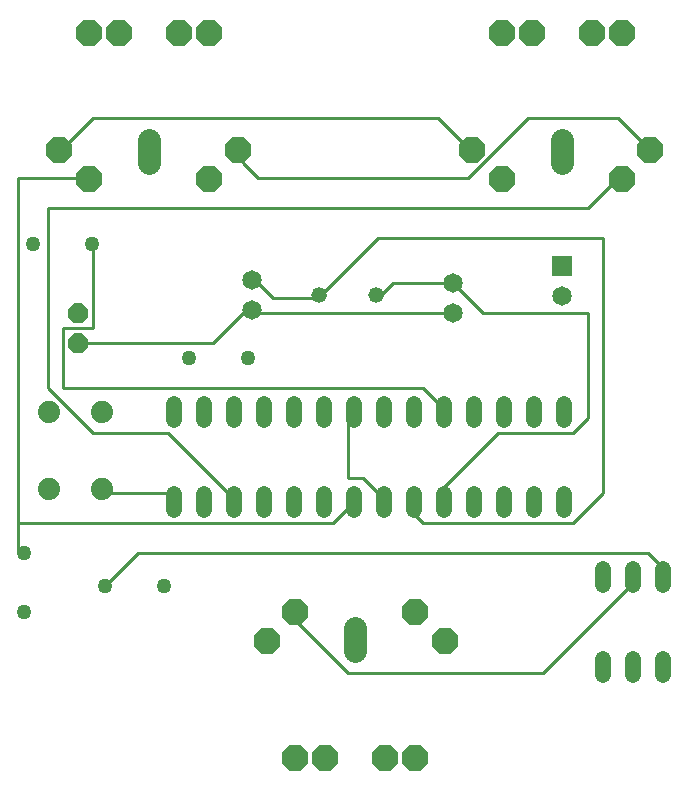
<source format=gbl>
G75*
G70*
%OFA0B0*%
%FSLAX24Y24*%
%IPPOS*%
%LPD*%
%AMOC8*
5,1,8,0,0,1.08239X$1,22.5*
%
%ADD10C,0.0520*%
%ADD11C,0.0740*%
%ADD12C,0.0500*%
%ADD13C,0.0520*%
%ADD14C,0.0650*%
%ADD15C,0.0780*%
%ADD16OC8,0.0860*%
%ADD17R,0.0650X0.0650*%
%ADD18OC8,0.0660*%
%ADD19C,0.0100*%
D10*
X007801Y010046D02*
X007801Y010566D01*
X008801Y010566D02*
X008801Y010046D01*
X009801Y010046D02*
X009801Y010566D01*
X010801Y010566D02*
X010801Y010046D01*
X011801Y010046D02*
X011801Y010566D01*
X012801Y010566D02*
X012801Y010046D01*
X013801Y010046D02*
X013801Y010566D01*
X014801Y010566D02*
X014801Y010046D01*
X015801Y010046D02*
X015801Y010566D01*
X016801Y010566D02*
X016801Y010046D01*
X017801Y010046D02*
X017801Y010566D01*
X018801Y010566D02*
X018801Y010046D01*
X019801Y010046D02*
X019801Y010566D01*
X020801Y010566D02*
X020801Y010046D01*
X022101Y008066D02*
X022101Y007546D01*
X023101Y007546D02*
X023101Y008066D01*
X024101Y008066D02*
X024101Y007546D01*
X024101Y005066D02*
X024101Y004546D01*
X023101Y004546D02*
X023101Y005066D01*
X022101Y005066D02*
X022101Y004546D01*
X020801Y013046D02*
X020801Y013566D01*
X019801Y013566D02*
X019801Y013046D01*
X018801Y013046D02*
X018801Y013566D01*
X017801Y013566D02*
X017801Y013046D01*
X016801Y013046D02*
X016801Y013566D01*
X015801Y013566D02*
X015801Y013046D01*
X014801Y013046D02*
X014801Y013566D01*
X013801Y013566D02*
X013801Y013046D01*
X012801Y013046D02*
X012801Y013566D01*
X011801Y013566D02*
X011801Y013046D01*
X010801Y013046D02*
X010801Y013566D01*
X009801Y013566D02*
X009801Y013046D01*
X008801Y013046D02*
X008801Y013566D01*
X007801Y013566D02*
X007801Y013046D01*
D11*
X005416Y013286D03*
X003636Y013286D03*
X003636Y010726D03*
X005416Y010726D03*
D12*
X002801Y006621D03*
X002801Y008590D03*
X005517Y007506D03*
X007485Y007506D03*
X008317Y015106D03*
X010285Y015106D03*
X005085Y018906D03*
X003117Y018906D03*
D13*
X012651Y017206D03*
X014551Y017206D03*
D14*
X017101Y017606D03*
X017101Y016606D03*
X020751Y017181D03*
X010401Y016706D03*
X010401Y017706D03*
D15*
X006976Y021599D02*
X006976Y022379D01*
X020726Y022379D02*
X020726Y021599D01*
X013851Y006113D02*
X013851Y005333D01*
D16*
X011851Y006644D03*
X010890Y005683D03*
X011851Y001762D03*
X012851Y001762D03*
X014851Y001762D03*
X015851Y001762D03*
X016851Y005683D03*
X015851Y006644D03*
X018726Y021067D03*
X017726Y022028D03*
X018726Y025949D03*
X019726Y025949D03*
X021726Y025949D03*
X022726Y025949D03*
X023686Y022028D03*
X022726Y021067D03*
X009936Y022028D03*
X008976Y021067D03*
X004976Y021067D03*
X003976Y022028D03*
X004976Y025949D03*
X005976Y025949D03*
X007976Y025949D03*
X008976Y025949D03*
D17*
X020751Y018181D03*
D18*
X004601Y016606D03*
X004601Y015606D03*
D19*
X009101Y015606D01*
X010101Y016606D01*
X010401Y016706D01*
X010601Y016606D01*
X017101Y016606D01*
X017101Y017606D02*
X015101Y017606D01*
X014601Y017106D01*
X014551Y017206D01*
X014601Y019106D02*
X012601Y017106D01*
X012651Y017206D01*
X012601Y017106D02*
X011101Y017106D01*
X010601Y017606D01*
X010401Y017706D01*
X010601Y021106D02*
X017601Y021106D01*
X019601Y023106D01*
X022601Y023106D01*
X023601Y022106D01*
X023686Y022028D01*
X022726Y021067D02*
X022601Y021106D01*
X021601Y020106D01*
X003601Y020106D01*
X003601Y014106D01*
X005101Y012606D01*
X007601Y012606D01*
X009601Y010606D01*
X009801Y010306D01*
X007801Y010306D02*
X007601Y010606D01*
X005601Y010606D01*
X005416Y010726D01*
X006601Y008606D02*
X023601Y008606D01*
X024101Y008106D01*
X024101Y007806D01*
X023101Y007806D02*
X023101Y007606D01*
X020101Y004606D01*
X013601Y004606D01*
X011601Y006606D01*
X011851Y006644D01*
X013101Y009606D02*
X013801Y010306D01*
X013601Y011106D02*
X014101Y011106D01*
X014601Y010606D01*
X014801Y010306D01*
X015601Y010106D02*
X015801Y010306D01*
X015601Y010106D02*
X016101Y009606D01*
X021101Y009606D01*
X022101Y010606D01*
X022101Y019106D01*
X014601Y019106D01*
X017101Y017606D02*
X018101Y016606D01*
X021601Y016606D01*
X021601Y013106D01*
X021101Y012606D01*
X018601Y012606D01*
X016601Y010606D01*
X016801Y010306D01*
X016801Y013306D02*
X016601Y013606D01*
X016101Y014106D01*
X004101Y014106D01*
X004101Y016106D01*
X005101Y016106D01*
X005101Y019106D01*
X005085Y018906D01*
X004976Y021067D02*
X004601Y021106D01*
X002601Y021106D01*
X002601Y009606D01*
X013101Y009606D01*
X013601Y011106D02*
X013601Y013106D01*
X013801Y013306D01*
X006601Y008606D02*
X005601Y007606D01*
X005517Y007506D01*
X002801Y008590D02*
X002601Y008606D01*
X002601Y009606D01*
X010601Y021106D02*
X010101Y021606D01*
X009936Y022028D01*
X005101Y023106D02*
X016601Y023106D01*
X017601Y022106D01*
X017726Y022028D01*
X005101Y023106D02*
X004101Y022106D01*
X003976Y022028D01*
M02*

</source>
